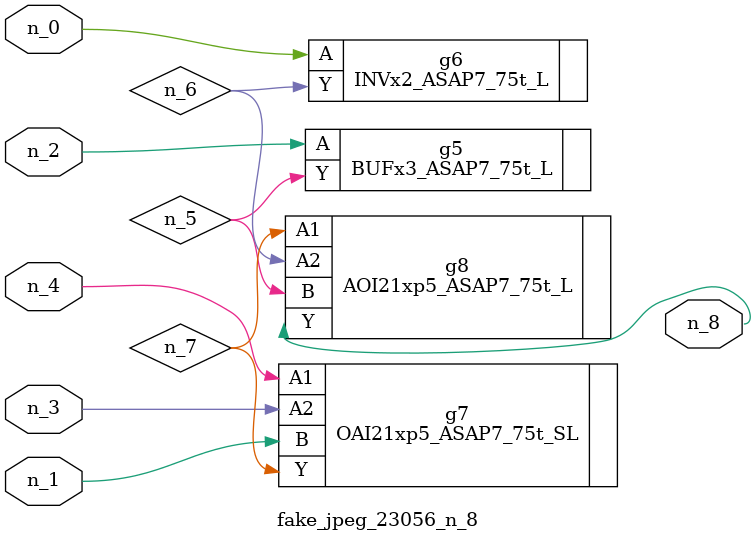
<source format=v>
module fake_jpeg_23056_n_8 (n_3, n_2, n_1, n_0, n_4, n_8);

input n_3;
input n_2;
input n_1;
input n_0;
input n_4;

output n_8;

wire n_6;
wire n_5;
wire n_7;

BUFx3_ASAP7_75t_L g5 ( 
.A(n_2),
.Y(n_5)
);

INVx2_ASAP7_75t_L g6 ( 
.A(n_0),
.Y(n_6)
);

OAI21xp5_ASAP7_75t_SL g7 ( 
.A1(n_4),
.A2(n_3),
.B(n_1),
.Y(n_7)
);

AOI21xp5_ASAP7_75t_L g8 ( 
.A1(n_7),
.A2(n_6),
.B(n_5),
.Y(n_8)
);


endmodule
</source>
